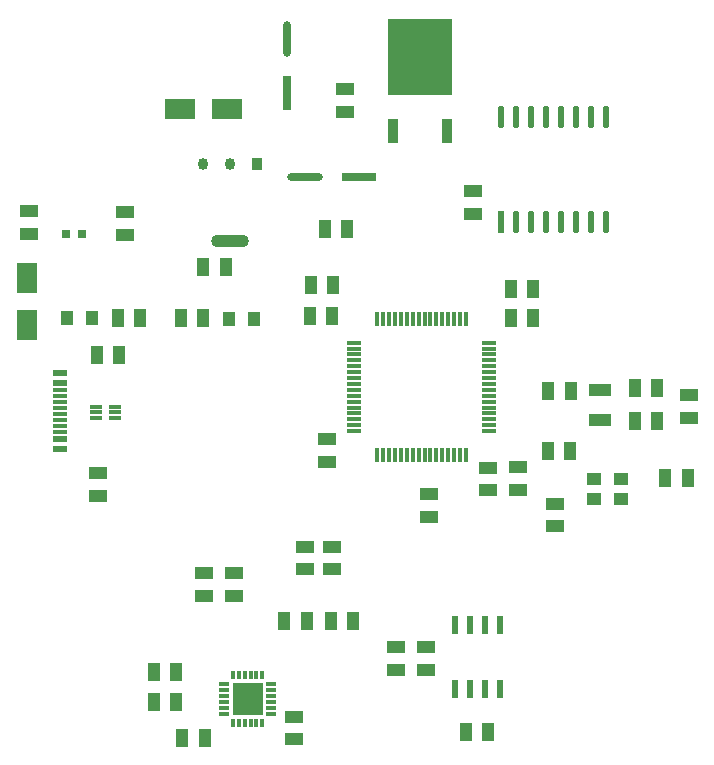
<source format=gtp>
G04*
G04 #@! TF.GenerationSoftware,Altium Limited,Altium Designer,23.6.0 (18)*
G04*
G04 Layer_Color=8421504*
%FSLAX25Y25*%
%MOIN*%
G70*
G04*
G04 #@! TF.SameCoordinates,CC12AEB3-2111-4EF4-9384-BB861815B030*
G04*
G04*
G04 #@! TF.FilePolarity,Positive*
G04*
G01*
G75*
%ADD26R,0.03937X0.05906*%
%ADD27R,0.01200X0.04700*%
%ADD28R,0.04700X0.01200*%
%ADD29R,0.05906X0.03937*%
%ADD30R,0.02362X0.06102*%
%ADD31R,0.01378X0.03150*%
%ADD32R,0.03347X0.01378*%
%ADD33R,0.10236X0.10630*%
%ADD34R,0.02134X0.07378*%
G04:AMPARAMS|DCode=35|XSize=73.78mil|YSize=21.34mil|CornerRadius=10.67mil|HoleSize=0mil|Usage=FLASHONLY|Rotation=90.000|XOffset=0mil|YOffset=0mil|HoleType=Round|Shape=RoundedRectangle|*
%AMROUNDEDRECTD35*
21,1,0.07378,0.00000,0,0,90.0*
21,1,0.05244,0.02134,0,0,90.0*
1,1,0.02134,0.00000,0.02622*
1,1,0.02134,0.00000,-0.02622*
1,1,0.02134,0.00000,-0.02622*
1,1,0.02134,0.00000,0.02622*
%
%ADD35ROUNDEDRECTD35*%
%ADD36R,0.04331X0.04724*%
%ADD37R,0.02756X0.11811*%
%ADD38O,0.02756X0.11811*%
G04:AMPARAMS|DCode=39|XSize=39.54mil|YSize=125.28mil|CornerRadius=17.2mil|HoleSize=0mil|Usage=FLASHONLY|Rotation=270.000|XOffset=0mil|YOffset=0mil|HoleType=Round|Shape=RoundedRectangle|*
%AMROUNDEDRECTD39*
21,1,0.03954,0.09088,0,0,270.0*
21,1,0.00514,0.12528,0,0,270.0*
1,1,0.03440,-0.04544,-0.00257*
1,1,0.03440,-0.04544,0.00257*
1,1,0.03440,0.04544,0.00257*
1,1,0.03440,0.04544,-0.00257*
%
%ADD39ROUNDEDRECTD39*%
G04:AMPARAMS|DCode=40|XSize=39.54mil|YSize=34.34mil|CornerRadius=17.17mil|HoleSize=0mil|Usage=FLASHONLY|Rotation=270.000|XOffset=0mil|YOffset=0mil|HoleType=Round|Shape=RoundedRectangle|*
%AMROUNDEDRECTD40*
21,1,0.03954,0.00000,0,0,270.0*
21,1,0.00520,0.03434,0,0,270.0*
1,1,0.03434,0.00000,-0.00260*
1,1,0.03434,0.00000,0.00260*
1,1,0.03434,0.00000,0.00260*
1,1,0.03434,0.00000,-0.00260*
%
%ADD40ROUNDEDRECTD40*%
%ADD41R,0.03434X0.03954*%
%ADD42R,0.11811X0.02756*%
%ADD43O,0.11811X0.02756*%
%ADD44R,0.03740X0.08268*%
%ADD45R,0.21654X0.25591*%
%ADD46R,0.06693X0.09843*%
%ADD47R,0.03898X0.01181*%
%ADD48R,0.04528X0.02362*%
%ADD49R,0.04528X0.01181*%
%ADD50R,0.07480X0.04331*%
%ADD51R,0.05118X0.04134*%
%ADD52R,0.02559X0.02756*%
%ADD53R,0.09843X0.06693*%
D26*
X368740Y346500D02*
D03*
X361260D02*
D03*
X368740Y356000D02*
D03*
X361260D02*
D03*
X230260Y346500D02*
D03*
X237740D02*
D03*
X346260Y208500D02*
D03*
X353740D02*
D03*
X242260Y228500D02*
D03*
X249740D02*
D03*
X242260Y218500D02*
D03*
X249740D02*
D03*
X251760Y206500D02*
D03*
X259240D02*
D03*
X301740Y347000D02*
D03*
X294260D02*
D03*
X302000Y357500D02*
D03*
X294520D02*
D03*
X420240Y293000D02*
D03*
X412760D02*
D03*
X373500Y302000D02*
D03*
X380980D02*
D03*
X402520Y312000D02*
D03*
X410000D02*
D03*
X223260Y334000D02*
D03*
X230740D02*
D03*
X266240Y363500D02*
D03*
X258760D02*
D03*
X299260Y376000D02*
D03*
X306740D02*
D03*
X258740Y346500D02*
D03*
X251260D02*
D03*
X402500Y323000D02*
D03*
X409980D02*
D03*
X381240Y322000D02*
D03*
X373760D02*
D03*
X308740Y245500D02*
D03*
X301260D02*
D03*
X285760D02*
D03*
X293240D02*
D03*
D27*
X346264Y300862D02*
D03*
X344295D02*
D03*
X342327D02*
D03*
X340358D02*
D03*
X338390D02*
D03*
X336421D02*
D03*
X334453D02*
D03*
X332484D02*
D03*
X330516D02*
D03*
X328547D02*
D03*
X326579D02*
D03*
X324610D02*
D03*
X322642D02*
D03*
X320673D02*
D03*
X318705D02*
D03*
X316736D02*
D03*
Y346138D02*
D03*
X318705D02*
D03*
X320673D02*
D03*
X322642D02*
D03*
X324610D02*
D03*
X326579D02*
D03*
X328547D02*
D03*
X330516D02*
D03*
X332484D02*
D03*
X334453D02*
D03*
X336421D02*
D03*
X338390D02*
D03*
X340358D02*
D03*
X342327D02*
D03*
X344295D02*
D03*
X346264D02*
D03*
D28*
X308862Y308736D02*
D03*
Y310705D02*
D03*
Y312673D02*
D03*
Y314642D02*
D03*
Y316610D02*
D03*
Y318579D02*
D03*
Y320547D02*
D03*
Y322516D02*
D03*
Y324484D02*
D03*
Y326453D02*
D03*
Y328421D02*
D03*
Y330390D02*
D03*
Y332358D02*
D03*
Y334327D02*
D03*
Y336295D02*
D03*
Y338264D02*
D03*
X354138D02*
D03*
Y336295D02*
D03*
Y334327D02*
D03*
Y332358D02*
D03*
Y330390D02*
D03*
Y328421D02*
D03*
Y326453D02*
D03*
Y324484D02*
D03*
Y322516D02*
D03*
Y320547D02*
D03*
Y318579D02*
D03*
Y316610D02*
D03*
Y314642D02*
D03*
Y312673D02*
D03*
Y310705D02*
D03*
Y308736D02*
D03*
D29*
X223500Y287260D02*
D03*
Y294740D02*
D03*
X306000Y415260D02*
D03*
Y422740D02*
D03*
X200500Y374520D02*
D03*
Y382000D02*
D03*
X334000Y280260D02*
D03*
Y287740D02*
D03*
X301500Y270240D02*
D03*
Y262760D02*
D03*
X292500Y270240D02*
D03*
Y262760D02*
D03*
X420500Y313260D02*
D03*
Y320740D02*
D03*
X268900Y261315D02*
D03*
Y253835D02*
D03*
X258900Y261315D02*
D03*
Y253835D02*
D03*
X353500Y296500D02*
D03*
Y289020D02*
D03*
X363500Y296740D02*
D03*
Y289260D02*
D03*
X300000Y298520D02*
D03*
Y306000D02*
D03*
X232500Y374260D02*
D03*
Y381740D02*
D03*
X348500Y381260D02*
D03*
Y388740D02*
D03*
X323000Y236740D02*
D03*
Y229260D02*
D03*
X333000Y236740D02*
D03*
Y229260D02*
D03*
X289000Y206000D02*
D03*
Y213480D02*
D03*
X376000Y284500D02*
D03*
Y277020D02*
D03*
D30*
X357500Y222740D02*
D03*
X342500D02*
D03*
Y244000D02*
D03*
X347500D02*
D03*
X352500D02*
D03*
X357500D02*
D03*
X352500Y222740D02*
D03*
X347500D02*
D03*
D31*
X278421Y227374D02*
D03*
X276453D02*
D03*
X274484D02*
D03*
X272516D02*
D03*
X270547D02*
D03*
X268579D02*
D03*
X278421Y211626D02*
D03*
X276453D02*
D03*
X274484D02*
D03*
X272516D02*
D03*
X270547D02*
D03*
X268579D02*
D03*
D32*
X265724Y224421D02*
D03*
Y222453D02*
D03*
Y220484D02*
D03*
Y218516D02*
D03*
Y216547D02*
D03*
Y214579D02*
D03*
X281276Y224421D02*
D03*
Y222453D02*
D03*
Y220484D02*
D03*
Y218516D02*
D03*
Y216547D02*
D03*
Y214579D02*
D03*
D33*
X273500Y219500D02*
D03*
D34*
X358000Y378417D02*
D03*
D35*
X363000D02*
D03*
X368000D02*
D03*
X373000D02*
D03*
X378000D02*
D03*
X383000D02*
D03*
X388000D02*
D03*
X393000D02*
D03*
Y413583D02*
D03*
X388000D02*
D03*
X383000D02*
D03*
X378000D02*
D03*
X373000D02*
D03*
X368000D02*
D03*
X363000D02*
D03*
X358000D02*
D03*
D36*
X221634Y346500D02*
D03*
X213366D02*
D03*
X275500Y346000D02*
D03*
X267232D02*
D03*
D37*
X286500Y421500D02*
D03*
D38*
Y439500D02*
D03*
D39*
X267500Y372028D02*
D03*
D40*
X258484Y397972D02*
D03*
X267500D02*
D03*
D41*
X276516D02*
D03*
D42*
X310500Y393500D02*
D03*
D43*
X292500D02*
D03*
D44*
X322024Y408768D02*
D03*
X339976D02*
D03*
D45*
X331000Y433571D02*
D03*
D46*
X200000Y344126D02*
D03*
Y359874D02*
D03*
D47*
X229169Y316968D02*
D03*
Y315000D02*
D03*
Y313032D02*
D03*
X222831D02*
D03*
Y315000D02*
D03*
Y316968D02*
D03*
D48*
X211134Y302902D02*
D03*
Y328098D02*
D03*
Y306051D02*
D03*
Y324949D02*
D03*
D49*
Y308610D02*
D03*
Y310579D02*
D03*
Y312547D02*
D03*
Y314516D02*
D03*
Y316484D02*
D03*
Y318453D02*
D03*
Y320421D02*
D03*
Y322390D02*
D03*
D50*
X391000Y312579D02*
D03*
Y322421D02*
D03*
D51*
X398028Y286055D02*
D03*
X388972D02*
D03*
Y292945D02*
D03*
X398028D02*
D03*
D52*
X218158Y374500D02*
D03*
X212842D02*
D03*
D53*
X251000Y416000D02*
D03*
X266748D02*
D03*
M02*

</source>
